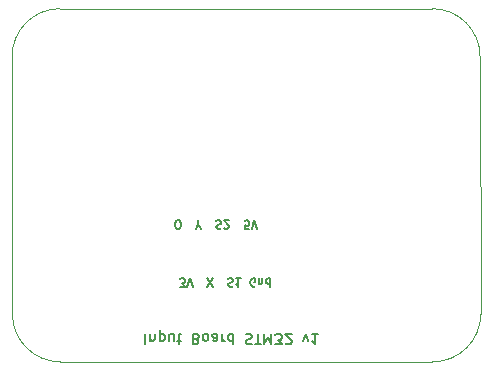
<source format=gbr>
G04 #@! TF.GenerationSoftware,KiCad,Pcbnew,(5.1.9)-1*
G04 #@! TF.CreationDate,2021-06-18T22:21:01-05:00*
G04 #@! TF.ProjectId,InputBoardSTM32,496e7075-7442-46f6-9172-6453544d3332,rev?*
G04 #@! TF.SameCoordinates,Original*
G04 #@! TF.FileFunction,Legend,Bot*
G04 #@! TF.FilePolarity,Positive*
%FSLAX46Y46*%
G04 Gerber Fmt 4.6, Leading zero omitted, Abs format (unit mm)*
G04 Created by KiCad (PCBNEW (5.1.9)-1) date 2021-06-18 22:21:01*
%MOMM*%
%LPD*%
G01*
G04 APERTURE LIST*
%ADD10C,0.175000*%
%ADD11C,0.187500*%
G04 #@! TA.AperFunction,Profile*
%ADD12C,0.050000*%
G04 #@! TD*
G04 APERTURE END LIST*
D10*
X146759200Y-108370333D02*
X147192533Y-108370333D01*
X146959200Y-108103666D01*
X147059200Y-108103666D01*
X147125866Y-108070333D01*
X147159200Y-108037000D01*
X147192533Y-107970333D01*
X147192533Y-107803666D01*
X147159200Y-107737000D01*
X147125866Y-107703666D01*
X147059200Y-107670333D01*
X146859200Y-107670333D01*
X146792533Y-107703666D01*
X146759200Y-107737000D01*
X147392533Y-108370333D02*
X147625866Y-107670333D01*
X147859200Y-108370333D01*
X149092533Y-108370333D02*
X149559200Y-107670333D01*
X149559200Y-108370333D02*
X149092533Y-107670333D01*
X150859200Y-107703666D02*
X150959200Y-107670333D01*
X151125866Y-107670333D01*
X151192533Y-107703666D01*
X151225866Y-107737000D01*
X151259200Y-107803666D01*
X151259200Y-107870333D01*
X151225866Y-107937000D01*
X151192533Y-107970333D01*
X151125866Y-108003666D01*
X150992533Y-108037000D01*
X150925866Y-108070333D01*
X150892533Y-108103666D01*
X150859200Y-108170333D01*
X150859200Y-108237000D01*
X150892533Y-108303666D01*
X150925866Y-108337000D01*
X150992533Y-108370333D01*
X151159200Y-108370333D01*
X151259200Y-108337000D01*
X151925866Y-107670333D02*
X151525866Y-107670333D01*
X151725866Y-107670333D02*
X151725866Y-108370333D01*
X151659200Y-108270333D01*
X151592533Y-108203666D01*
X151525866Y-108170333D01*
X153125866Y-108337000D02*
X153059200Y-108370333D01*
X152959200Y-108370333D01*
X152859200Y-108337000D01*
X152792533Y-108270333D01*
X152759200Y-108203666D01*
X152725866Y-108070333D01*
X152725866Y-107970333D01*
X152759200Y-107837000D01*
X152792533Y-107770333D01*
X152859200Y-107703666D01*
X152959200Y-107670333D01*
X153025866Y-107670333D01*
X153125866Y-107703666D01*
X153159200Y-107737000D01*
X153159200Y-107970333D01*
X153025866Y-107970333D01*
X153459200Y-108137000D02*
X153459200Y-107670333D01*
X153459200Y-108070333D02*
X153492533Y-108103666D01*
X153559200Y-108137000D01*
X153659200Y-108137000D01*
X153725866Y-108103666D01*
X153759200Y-108037000D01*
X153759200Y-107670333D01*
X154392533Y-107670333D02*
X154392533Y-108370333D01*
X154392533Y-107703666D02*
X154325866Y-107670333D01*
X154192533Y-107670333D01*
X154125866Y-107703666D01*
X154092533Y-107737000D01*
X154059200Y-107803666D01*
X154059200Y-108003666D01*
X154092533Y-108070333D01*
X154125866Y-108103666D01*
X154192533Y-108137000D01*
X154325866Y-108137000D01*
X154392533Y-108103666D01*
X146542533Y-103470333D02*
X146675866Y-103470333D01*
X146742533Y-103437000D01*
X146809200Y-103370333D01*
X146842533Y-103237000D01*
X146842533Y-103003666D01*
X146809200Y-102870333D01*
X146742533Y-102803666D01*
X146675866Y-102770333D01*
X146542533Y-102770333D01*
X146475866Y-102803666D01*
X146409200Y-102870333D01*
X146375866Y-103003666D01*
X146375866Y-103237000D01*
X146409200Y-103370333D01*
X146475866Y-103437000D01*
X146542533Y-103470333D01*
X148342533Y-103103666D02*
X148342533Y-102770333D01*
X148109200Y-103470333D02*
X148342533Y-103103666D01*
X148575866Y-103470333D01*
X149842533Y-102803666D02*
X149942533Y-102770333D01*
X150109200Y-102770333D01*
X150175866Y-102803666D01*
X150209200Y-102837000D01*
X150242533Y-102903666D01*
X150242533Y-102970333D01*
X150209200Y-103037000D01*
X150175866Y-103070333D01*
X150109200Y-103103666D01*
X149975866Y-103137000D01*
X149909200Y-103170333D01*
X149875866Y-103203666D01*
X149842533Y-103270333D01*
X149842533Y-103337000D01*
X149875866Y-103403666D01*
X149909200Y-103437000D01*
X149975866Y-103470333D01*
X150142533Y-103470333D01*
X150242533Y-103437000D01*
X150509200Y-103403666D02*
X150542533Y-103437000D01*
X150609200Y-103470333D01*
X150775866Y-103470333D01*
X150842533Y-103437000D01*
X150875866Y-103403666D01*
X150909200Y-103337000D01*
X150909200Y-103270333D01*
X150875866Y-103170333D01*
X150475866Y-102770333D01*
X150909200Y-102770333D01*
X152609200Y-103470333D02*
X152275866Y-103470333D01*
X152242533Y-103137000D01*
X152275866Y-103170333D01*
X152342533Y-103203666D01*
X152509200Y-103203666D01*
X152575866Y-103170333D01*
X152609200Y-103137000D01*
X152642533Y-103070333D01*
X152642533Y-102903666D01*
X152609200Y-102837000D01*
X152575866Y-102803666D01*
X152509200Y-102770333D01*
X152342533Y-102770333D01*
X152275866Y-102803666D01*
X152242533Y-102837000D01*
X152842533Y-103470333D02*
X153075866Y-102770333D01*
X153309200Y-103470333D01*
D11*
X143848666Y-112347833D02*
X143848666Y-113236833D01*
X144272000Y-112940500D02*
X144272000Y-112347833D01*
X144272000Y-112855833D02*
X144314333Y-112898166D01*
X144399000Y-112940500D01*
X144526000Y-112940500D01*
X144610666Y-112898166D01*
X144653000Y-112813500D01*
X144653000Y-112347833D01*
X145076333Y-112940500D02*
X145076333Y-112051500D01*
X145076333Y-112898166D02*
X145161000Y-112940500D01*
X145330333Y-112940500D01*
X145415000Y-112898166D01*
X145457333Y-112855833D01*
X145499666Y-112771166D01*
X145499666Y-112517166D01*
X145457333Y-112432500D01*
X145415000Y-112390166D01*
X145330333Y-112347833D01*
X145161000Y-112347833D01*
X145076333Y-112390166D01*
X146261666Y-112940500D02*
X146261666Y-112347833D01*
X145880666Y-112940500D02*
X145880666Y-112474833D01*
X145923000Y-112390166D01*
X146007666Y-112347833D01*
X146134666Y-112347833D01*
X146219333Y-112390166D01*
X146261666Y-112432500D01*
X146558000Y-112940500D02*
X146896666Y-112940500D01*
X146685000Y-113236833D02*
X146685000Y-112474833D01*
X146727333Y-112390166D01*
X146812000Y-112347833D01*
X146896666Y-112347833D01*
X148166666Y-112813500D02*
X148293666Y-112771166D01*
X148336000Y-112728833D01*
X148378333Y-112644166D01*
X148378333Y-112517166D01*
X148336000Y-112432500D01*
X148293666Y-112390166D01*
X148209000Y-112347833D01*
X147870333Y-112347833D01*
X147870333Y-113236833D01*
X148166666Y-113236833D01*
X148251333Y-113194500D01*
X148293666Y-113152166D01*
X148336000Y-113067500D01*
X148336000Y-112982833D01*
X148293666Y-112898166D01*
X148251333Y-112855833D01*
X148166666Y-112813500D01*
X147870333Y-112813500D01*
X148886333Y-112347833D02*
X148801666Y-112390166D01*
X148759333Y-112432500D01*
X148717000Y-112517166D01*
X148717000Y-112771166D01*
X148759333Y-112855833D01*
X148801666Y-112898166D01*
X148886333Y-112940500D01*
X149013333Y-112940500D01*
X149098000Y-112898166D01*
X149140333Y-112855833D01*
X149182666Y-112771166D01*
X149182666Y-112517166D01*
X149140333Y-112432500D01*
X149098000Y-112390166D01*
X149013333Y-112347833D01*
X148886333Y-112347833D01*
X149944666Y-112347833D02*
X149944666Y-112813500D01*
X149902333Y-112898166D01*
X149817666Y-112940500D01*
X149648333Y-112940500D01*
X149563666Y-112898166D01*
X149944666Y-112390166D02*
X149860000Y-112347833D01*
X149648333Y-112347833D01*
X149563666Y-112390166D01*
X149521333Y-112474833D01*
X149521333Y-112559500D01*
X149563666Y-112644166D01*
X149648333Y-112686500D01*
X149860000Y-112686500D01*
X149944666Y-112728833D01*
X150368000Y-112347833D02*
X150368000Y-112940500D01*
X150368000Y-112771166D02*
X150410333Y-112855833D01*
X150452666Y-112898166D01*
X150537333Y-112940500D01*
X150622000Y-112940500D01*
X151299333Y-112347833D02*
X151299333Y-113236833D01*
X151299333Y-112390166D02*
X151214666Y-112347833D01*
X151045333Y-112347833D01*
X150960666Y-112390166D01*
X150918333Y-112432500D01*
X150876000Y-112517166D01*
X150876000Y-112771166D01*
X150918333Y-112855833D01*
X150960666Y-112898166D01*
X151045333Y-112940500D01*
X151214666Y-112940500D01*
X151299333Y-112898166D01*
X152357666Y-112390166D02*
X152484666Y-112347833D01*
X152696333Y-112347833D01*
X152781000Y-112390166D01*
X152823333Y-112432500D01*
X152865666Y-112517166D01*
X152865666Y-112601833D01*
X152823333Y-112686500D01*
X152781000Y-112728833D01*
X152696333Y-112771166D01*
X152527000Y-112813500D01*
X152442333Y-112855833D01*
X152400000Y-112898166D01*
X152357666Y-112982833D01*
X152357666Y-113067500D01*
X152400000Y-113152166D01*
X152442333Y-113194500D01*
X152527000Y-113236833D01*
X152738666Y-113236833D01*
X152865666Y-113194500D01*
X153119666Y-113236833D02*
X153627666Y-113236833D01*
X153373666Y-112347833D02*
X153373666Y-113236833D01*
X153924000Y-112347833D02*
X153924000Y-113236833D01*
X154220333Y-112601833D01*
X154516666Y-113236833D01*
X154516666Y-112347833D01*
X154855333Y-113236833D02*
X155405666Y-113236833D01*
X155109333Y-112898166D01*
X155236333Y-112898166D01*
X155321000Y-112855833D01*
X155363333Y-112813500D01*
X155405666Y-112728833D01*
X155405666Y-112517166D01*
X155363333Y-112432500D01*
X155321000Y-112390166D01*
X155236333Y-112347833D01*
X154982333Y-112347833D01*
X154897666Y-112390166D01*
X154855333Y-112432500D01*
X155744333Y-113152166D02*
X155786666Y-113194500D01*
X155871333Y-113236833D01*
X156083000Y-113236833D01*
X156167666Y-113194500D01*
X156210000Y-113152166D01*
X156252333Y-113067500D01*
X156252333Y-112982833D01*
X156210000Y-112855833D01*
X155702000Y-112347833D01*
X156252333Y-112347833D01*
X157226000Y-112940500D02*
X157437666Y-112347833D01*
X157649333Y-112940500D01*
X158453666Y-112347833D02*
X157945666Y-112347833D01*
X158199666Y-112347833D02*
X158199666Y-113236833D01*
X158115000Y-113109833D01*
X158030333Y-113025166D01*
X157945666Y-112982833D01*
D12*
X132588000Y-110680500D02*
X132557520Y-88900000D01*
X136652000Y-114744500D02*
G75*
G02*
X132588000Y-110680500I0J4064000D01*
G01*
X168153080Y-114744500D02*
X136652000Y-114744500D01*
X172186600Y-88900000D02*
X172250164Y-110670340D01*
X172250164Y-110670340D02*
G75*
G02*
X168153080Y-114744500I-4074224J0D01*
G01*
X168122600Y-84836000D02*
X136621520Y-84836000D01*
X132557520Y-88900000D02*
G75*
G02*
X136621520Y-84836000I4064000J0D01*
G01*
X168122600Y-84836000D02*
G75*
G02*
X172186600Y-88900000I0J-4064000D01*
G01*
M02*

</source>
